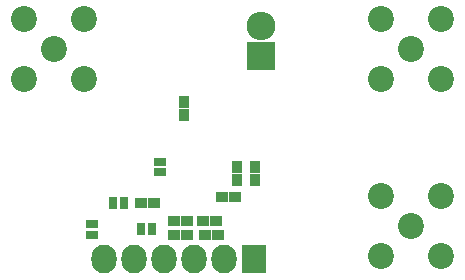
<source format=gbs>
G04 #@! TF.FileFunction,Soldermask,Bot*
%FSLAX46Y46*%
G04 Gerber Fmt 4.6, Leading zero omitted, Abs format (unit mm)*
G04 Created by KiCad (PCBNEW 4.0.2-stable) date Mon 07 Mar 2016 02:36:46 PM HST*
%MOMM*%
G01*
G04 APERTURE LIST*
%ADD10C,0.100000*%
%ADD11R,1.000000X0.900000*%
%ADD12R,0.900000X1.000000*%
%ADD13R,2.432000X2.432000*%
%ADD14O,2.432000X2.432000*%
%ADD15R,2.127200X2.432000*%
%ADD16O,2.127200X2.432000*%
%ADD17C,2.200000*%
%ADD18R,1.000000X0.800000*%
%ADD19R,0.800000X1.000000*%
G04 APERTURE END LIST*
D10*
D11*
X145050000Y-103750000D03*
X143950000Y-103750000D03*
D12*
X152050000Y-101850000D03*
X152050000Y-100750000D03*
D13*
X154050000Y-91290000D03*
D14*
X154050000Y-88750000D03*
D15*
X153500000Y-108500000D03*
D16*
X150960000Y-108500000D03*
X148420000Y-108500000D03*
X145880000Y-108500000D03*
X143340000Y-108500000D03*
X140800000Y-108500000D03*
D17*
X166750000Y-105750000D03*
X169290000Y-108290000D03*
X164210000Y-108290000D03*
X164210000Y-103210000D03*
X169290000Y-103210000D03*
X166750000Y-90750000D03*
X164210000Y-88210000D03*
X169290000Y-88210000D03*
X169290000Y-93290000D03*
X164210000Y-93290000D03*
D12*
X147550000Y-96300000D03*
X147550000Y-95200000D03*
D11*
X150750000Y-103250000D03*
X151850000Y-103250000D03*
D18*
X145550000Y-101150000D03*
X145550000Y-100250000D03*
D19*
X141550000Y-103750000D03*
X142450000Y-103750000D03*
D12*
X153550000Y-101850000D03*
X153550000Y-100750000D03*
D11*
X149300000Y-106500000D03*
X150400000Y-106500000D03*
X149200000Y-105250000D03*
X150300000Y-105250000D03*
D17*
X136550000Y-90750000D03*
X134010000Y-88210000D03*
X139090000Y-88210000D03*
X139090000Y-93290000D03*
X134010000Y-93290000D03*
D11*
X147800000Y-106500000D03*
X146700000Y-106500000D03*
X147800000Y-105250000D03*
X146700000Y-105250000D03*
D19*
X143900000Y-106000000D03*
X144800000Y-106000000D03*
D18*
X139800000Y-105550000D03*
X139800000Y-106450000D03*
M02*

</source>
